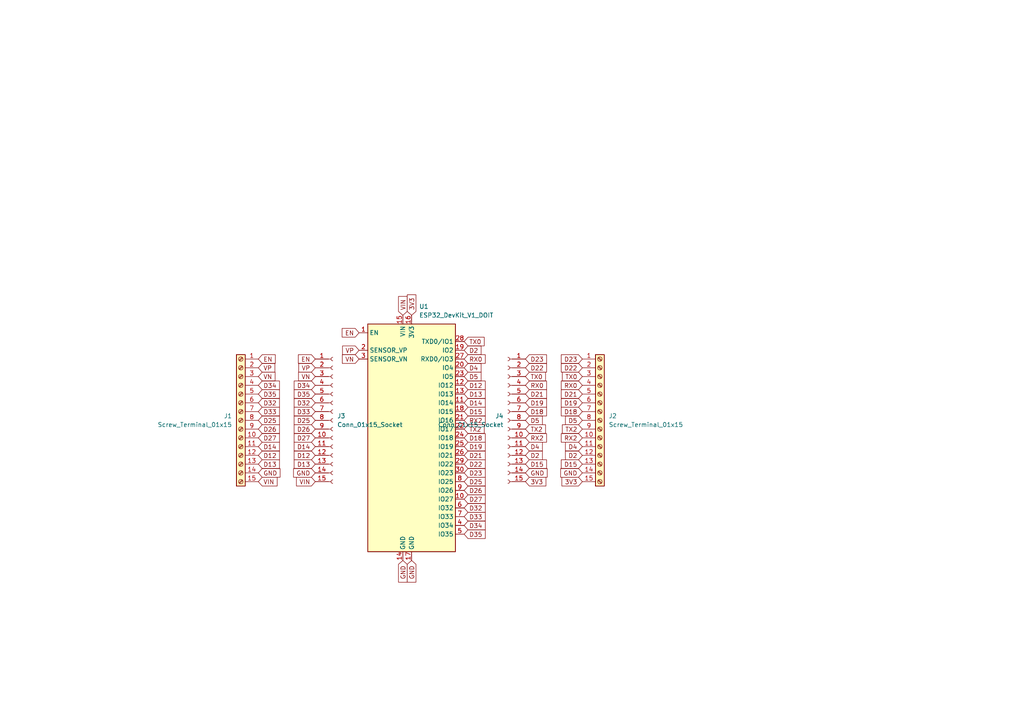
<source format=kicad_sch>
(kicad_sch (version 20230121) (generator eeschema)
  (paper "A4")
  (lib_symbols
    (symbol "Connector:Conn_01x15_Socket" (pin_names (offset 1.016) hide)
      (property "Reference" "J" (at 0 20.32 0))
      (property "Value" "Conn_01x15_Socket" (at 0 -20.32 0))
      (symbol "Conn_01x15_Socket_1_1"
        (arc (start 0 -17.272) (mid -0.5058 -17.78) (end 0 -18.288) (stroke (width 0.1524)))
        (arc (start 0 -14.732) (mid -0.5058 -15.24) (end 0 -15.748) (stroke (width 0.1524)))
        (arc (start 0 -12.192) (mid -0.5058 -12.7) (end 0 -13.208) (stroke (width 0.1524)))
        (arc (start 0 -9.652) (mid -0.5058 -10.16) (end 0 -10.668) (stroke (width 0.1524)))
        (arc (start 0 -7.112) (mid -0.5058 -7.62) (end 0 -8.128) (stroke (width 0.1524)))
        (arc (start 0 -4.572) (mid -0.5058 -5.08) (end 0 -5.588) (stroke (width 0.1524)))
        (arc (start 0 -2.032) (mid -0.5058 -2.54) (end 0 -3.048) (stroke (width 0.1524)))
        (polyline (pts (xy -1.27 -17.78) (xy -0.508 -17.78)) (stroke (width 0.1524)))
        (polyline (pts (xy -1.27 -15.24) (xy -0.508 -15.24)) (stroke (width 0.1524)))
        (polyline (pts (xy -1.27 -12.7) (xy -0.508 -12.7)) (stroke (width 0.1524)))
        (polyline (pts (xy -1.27 -10.16) (xy -0.508 -10.16)) (stroke (width 0.1524)))
        (polyline (pts (xy -1.27 -7.62) (xy -0.508 -7.62)) (stroke (width 0.1524)))
        (polyline (pts (xy -1.27 -5.08) (xy -0.508 -5.08)) (stroke (width 0.1524)))
        (polyline (pts (xy -1.27 -2.54) (xy -0.508 -2.54)) (stroke (width 0.1524)))
        (polyline (pts (xy -1.27 0) (xy -0.508 0)) (stroke (width 0.1524)))
        (polyline (pts (xy -1.27 2.54) (xy -0.508 2.54)) (stroke (width 0.1524)))
        (polyline (pts (xy -1.27 5.08) (xy -0.508 5.08)) (stroke (width 0.1524)))
        (polyline (pts (xy -1.27 7.62) (xy -0.508 7.62)) (stroke (width 0.1524)))
        (polyline (pts (xy -1.27 10.16) (xy -0.508 10.16)) (stroke (width 0.1524)))
        (polyline (pts (xy -1.27 12.7) (xy -0.508 12.7)) (stroke (width 0.1524)))
        (polyline (pts (xy -1.27 15.24) (xy -0.508 15.24)) (stroke (width 0.1524)))
        (polyline (pts (xy -1.27 17.78) (xy -0.508 17.78)) (stroke (width 0.1524)))
        (arc (start 0 0.508) (mid -0.5058 0) (end 0 -0.508) (stroke (width 0.1524)))
        (arc (start 0 3.048) (mid -0.5058 2.54) (end 0 2.032) (stroke (width 0.1524)))
        (arc (start 0 5.588) (mid -0.5058 5.08) (end 0 4.572) (stroke (width 0.1524)))
        (arc (start 0 8.128) (mid -0.5058 7.62) (end 0 7.112) (stroke (width 0.1524)))
        (arc (start 0 10.668) (mid -0.5058 10.16) (end 0 9.652) (stroke (width 0.1524)))
        (arc (start 0 13.208) (mid -0.5058 12.7) (end 0 12.192) (stroke (width 0.1524)))
        (arc (start 0 15.748) (mid -0.5058 15.24) (end 0 14.732) (stroke (width 0.1524)))
        (arc (start 0 18.288) (mid -0.5058 17.78) (end 0 17.272) (stroke (width 0.1524)))
        (pin passive line (at -5.08 17.78 0) (length 3.81) (name "Pin_1") (number "1"))
        (pin passive line (at -5.08 -5.08 0) (length 3.81) (name "Pin_10") (number "10"))
        (pin passive line (at -5.08 -7.62 0) (length 3.81) (name "Pin_11") (number "11"))
        (pin passive line (at -5.08 -10.16 0) (length 3.81) (name "Pin_12") (number "12"))
        (pin passive line (at -5.08 -12.7 0) (length 3.81) (name "Pin_13") (number "13"))
        (pin passive line (at -5.08 -15.24 0) (length 3.81) (name "Pin_14") (number "14"))
        (pin passive line (at -5.08 -17.78 0) (length 3.81) (name "Pin_15") (number "15"))
        (pin passive line (at -5.08 15.24 0) (length 3.81) (name "Pin_2") (number "2"))
        (pin passive line (at -5.08 12.7 0) (length 3.81) (name "Pin_3") (number "3"))
        (pin passive line (at -5.08 10.16 0) (length 3.81) (name "Pin_4") (number "4"))
        (pin passive line (at -5.08 7.62 0) (length 3.81) (name "Pin_5") (number "5"))
        (pin passive line (at -5.08 5.08 0) (length 3.81) (name "Pin_6") (number "6"))
        (pin passive line (at -5.08 2.54 0) (length 3.81) (name "Pin_7") (number "7"))
        (pin passive line (at -5.08 0 0) (length 3.81) (name "Pin_8") (number "8"))
        (pin passive line (at -5.08 -2.54 0) (length 3.81) (name "Pin_9") (number "9"))
      )
    )
    (symbol "Connector:Screw_Terminal_01x15" (pin_names (offset 1.016) hide)
      (property "Reference" "J" (at 0 20.32 0))
      (property "Value" "Screw_Terminal_01x15" (at 0 -20.32 0))
      (symbol "Screw_Terminal_01x15_1_1"
        (rectangle (start -1.27 19.05) (end 1.27 -19.05) (stroke (width 0.254)) (fill (type background)))
        (circle (center 0 -17.78) (radius 0.635) (stroke (width 0.1524)))
        (circle (center 0 -15.24) (radius 0.635) (stroke (width 0.1524)))
        (circle (center 0 -12.7) (radius 0.635) (stroke (width 0.1524)))
        (circle (center 0 -10.16) (radius 0.635) (stroke (width 0.1524)))
        (circle (center 0 -7.62) (radius 0.635) (stroke (width 0.1524)))
        (circle (center 0 -5.08) (radius 0.635) (stroke (width 0.1524)))
        (circle (center 0 -2.54) (radius 0.635) (stroke (width 0.1524)))
        (polyline (pts (xy -0.5334 -17.4498) (xy 0.3302 -18.288)) (stroke (width 0.1524)))
        (polyline (pts (xy -0.5334 -14.9098) (xy 0.3302 -15.748)) (stroke (width 0.1524)))
        (polyline (pts (xy -0.5334 -12.3698) (xy 0.3302 -13.208)) (stroke (width 0.1524)))
        (polyline (pts (xy -0.5334 -9.8298) (xy 0.3302 -10.668)) (stroke (width 0.1524)))
        (polyline (pts (xy -0.5334 -7.2898) (xy 0.3302 -8.128)) (stroke (width 0.1524)))
        (polyline (pts (xy -0.5334 -4.7498) (xy 0.3302 -5.588)) (stroke (width 0.1524)))
        (polyline (pts (xy -0.5334 -2.2098) (xy 0.3302 -3.048)) (stroke (width 0.1524)))
        (polyline (pts (xy -0.5334 0.3302) (xy 0.3302 -0.508)) (stroke (width 0.1524)))
        (polyline (pts (xy -0.5334 2.8702) (xy 0.3302 2.032)) (stroke (width 0.1524)))
        (polyline (pts (xy -0.5334 5.4102) (xy 0.3302 4.572)) (stroke (width 0.1524)))
        (polyline (pts (xy -0.5334 7.9502) (xy 0.3302 7.112)) (stroke (width 0.1524)))
        (polyline (pts (xy -0.5334 10.4902) (xy 0.3302 9.652)) (stroke (width 0.1524)))
        (polyline (pts (xy -0.5334 13.0302) (xy 0.3302 12.192)) (stroke (width 0.1524)))
        (polyline (pts (xy -0.5334 15.5702) (xy 0.3302 14.732)) (stroke (width 0.1524)))
        (polyline (pts (xy -0.5334 18.1102) (xy 0.3302 17.272)) (stroke (width 0.1524)))
        (polyline (pts (xy -0.3556 -17.272) (xy 0.508 -18.1102)) (stroke (width 0.1524)))
        (polyline (pts (xy -0.3556 -14.732) (xy 0.508 -15.5702)) (stroke (width 0.1524)))
        (polyline (pts (xy -0.3556 -12.192) (xy 0.508 -13.0302)) (stroke (width 0.1524)))
        (polyline (pts (xy -0.3556 -9.652) (xy 0.508 -10.4902)) (stroke (width 0.1524)))
        (polyline (pts (xy -0.3556 -7.112) (xy 0.508 -7.9502)) (stroke (width 0.1524)))
        (polyline (pts (xy -0.3556 -4.572) (xy 0.508 -5.4102)) (stroke (width 0.1524)))
        (polyline (pts (xy -0.3556 -2.032) (xy 0.508 -2.8702)) (stroke (width 0.1524)))
        (polyline (pts (xy -0.3556 0.508) (xy 0.508 -0.3302)) (stroke (width 0.1524)))
        (polyline (pts (xy -0.3556 3.048) (xy 0.508 2.2098)) (stroke (width 0.1524)))
        (polyline (pts (xy -0.3556 5.588) (xy 0.508 4.7498)) (stroke (width 0.1524)))
        (polyline (pts (xy -0.3556 8.128) (xy 0.508 7.2898)) (stroke (width 0.1524)))
        (polyline (pts (xy -0.3556 10.668) (xy 0.508 9.8298)) (stroke (width 0.1524)))
        (polyline (pts (xy -0.3556 13.208) (xy 0.508 12.3698)) (stroke (width 0.1524)))
        (polyline (pts (xy -0.3556 15.748) (xy 0.508 14.9098)) (stroke (width 0.1524)))
        (polyline (pts (xy -0.3556 18.288) (xy 0.508 17.4498)) (stroke (width 0.1524)))
        (circle (center 0 0) (radius 0.635) (stroke (width 0.1524)))
        (circle (center 0 2.54) (radius 0.635) (stroke (width 0.1524)))
        (circle (center 0 5.08) (radius 0.635) (stroke (width 0.1524)))
        (circle (center 0 7.62) (radius 0.635) (stroke (width 0.1524)))
        (circle (center 0 10.16) (radius 0.635) (stroke (width 0.1524)))
        (circle (center 0 12.7) (radius 0.635) (stroke (width 0.1524)))
        (circle (center 0 15.24) (radius 0.635) (stroke (width 0.1524)))
        (circle (center 0 17.78) (radius 0.635) (stroke (width 0.1524)))
        (pin passive line (at -5.08 17.78 0) (length 3.81) (name "Pin_1") (number "1"))
        (pin passive line (at -5.08 -5.08 0) (length 3.81) (name "Pin_10") (number "10"))
        (pin passive line (at -5.08 -7.62 0) (length 3.81) (name "Pin_11") (number "11"))
        (pin passive line (at -5.08 -10.16 0) (length 3.81) (name "Pin_12") (number "12"))
        (pin passive line (at -5.08 -12.7 0) (length 3.81) (name "Pin_13") (number "13"))
        (pin passive line (at -5.08 -15.24 0) (length 3.81) (name "Pin_14") (number "14"))
        (pin passive line (at -5.08 -17.78 0) (length 3.81) (name "Pin_15") (number "15"))
        (pin passive line (at -5.08 15.24 0) (length 3.81) (name "Pin_2") (number "2"))
        (pin passive line (at -5.08 12.7 0) (length 3.81) (name "Pin_3") (number "3"))
        (pin passive line (at -5.08 10.16 0) (length 3.81) (name "Pin_4") (number "4"))
        (pin passive line (at -5.08 7.62 0) (length 3.81) (name "Pin_5") (number "5"))
        (pin passive line (at -5.08 5.08 0) (length 3.81) (name "Pin_6") (number "6"))
        (pin passive line (at -5.08 2.54 0) (length 3.81) (name "Pin_7") (number "7"))
        (pin passive line (at -5.08 0 0) (length 3.81) (name "Pin_8") (number "8"))
        (pin passive line (at -5.08 -2.54 0) (length 3.81) (name "Pin_9") (number "9"))
      )
    )
    (symbol "esp32_devkit_v1_doit:ESP32_DevKit_V1_DOIT"
      (property "Reference" "U" (at -11.43 34.29 0))
      (property "Value" "ESP32_DevKit_V1_DOIT" (at 11.43 34.29 0))
      (symbol "ESP32_DevKit_V1_DOIT_1_1"
        (rectangle (start -12.7 33.02) (end 12.7 -33.02) (stroke (width 0.254)) (fill (type background)))
        (pin input line (at -15.24 30.48 0) (length 2.54) (name "EN") (number "1"))
        (pin bidirectional line (at 15.24 -17.78 180) (length 2.54) (name "IO27") (number "10"))
        (pin bidirectional line (at 15.24 10.16 180) (length 2.54) (name "IO14") (number "11"))
        (pin bidirectional line (at 15.24 15.24 180) (length 2.54) (name "IO12") (number "12"))
        (pin bidirectional line (at 15.24 12.7 180) (length 2.54) (name "IO13") (number "13"))
        (pin power_in line (at -2.54 -35.56 90) (length 2.54) (name "GND") (number "14"))
        (pin power_in line (at -2.54 35.56 270) (length 2.54) (name "VIN") (number "15"))
        (pin power_in line (at 0 35.56 270) (length 2.54) (name "3V3") (number "16"))
        (pin power_in line (at 0 -35.56 90) (length 2.54) (name "GND") (number "17"))
        (pin bidirectional line (at 15.24 7.62 180) (length 2.54) (name "IO15") (number "18"))
        (pin bidirectional line (at 15.24 25.4 180) (length 2.54) (name "IO2") (number "19"))
        (pin input line (at -15.24 25.4 0) (length 2.54) (name "SENSOR_VP") (number "2"))
        (pin bidirectional line (at 15.24 20.32 180) (length 2.54) (name "IO4") (number "20"))
        (pin bidirectional line (at 15.24 5.08 180) (length 2.54) (name "IO16") (number "21"))
        (pin bidirectional line (at 15.24 2.54 180) (length 2.54) (name "IO17") (number "22"))
        (pin bidirectional line (at 15.24 17.78 180) (length 2.54) (name "IO5") (number "23"))
        (pin bidirectional line (at 15.24 0 180) (length 2.54) (name "IO18") (number "24"))
        (pin bidirectional line (at 15.24 -2.54 180) (length 2.54) (name "IO19") (number "25"))
        (pin bidirectional line (at 15.24 -5.08 180) (length 2.54) (name "IO21") (number "26"))
        (pin bidirectional line (at 15.24 22.86 180) (length 2.54) (name "RXD0/IO3") (number "27"))
        (pin bidirectional line (at 15.24 27.94 180) (length 2.54) (name "TXD0/IO1") (number "28"))
        (pin bidirectional line (at 15.24 -7.62 180) (length 2.54) (name "IO22") (number "29"))
        (pin input line (at -15.24 22.86 0) (length 2.54) (name "SENSOR_VN") (number "3"))
        (pin bidirectional line (at 15.24 -10.16 180) (length 2.54) (name "IO23") (number "30"))
        (pin input line (at 15.24 -25.4 180) (length 2.54) (name "IO34") (number "4"))
        (pin input line (at 15.24 -27.94 180) (length 2.54) (name "IO35") (number "5"))
        (pin bidirectional line (at 15.24 -20.32 180) (length 2.54) (name "IO32") (number "6"))
        (pin bidirectional line (at 15.24 -22.86 180) (length 2.54) (name "IO33") (number "7"))
        (pin bidirectional line (at 15.24 -12.7 180) (length 2.54) (name "IO25") (number "8"))
        (pin bidirectional line (at 15.24 -15.24 180) (length 2.54) (name "IO26") (number "9"))
      )
    )
  )
  (global_label "D22" (shape input) (at 134.62 134.62 0) (property "Intersheetrefs" "${INTERSHEET_REFS}" (effects hide)))
  (global_label "GND" (shape input) (at 116.84 162.56 270) (property "Intersheetrefs" "${INTERSHEET_REFS}" (effects hide)))
  (global_label "D27" (shape input) (at 91.44 127 180) (property "Intersheetrefs" "${INTERSHEET_REFS}" (effects hide)))
  (global_label "VIN" (shape input) (at 74.93 139.7 0) (property "Intersheetrefs" "${INTERSHEET_REFS}" (effects hide)))
  (global_label "D34" (shape input) (at 134.62 152.4 0) (property "Intersheetrefs" "${INTERSHEET_REFS}" (effects hide)))
  (global_label "D5" (shape input) (at 168.91 121.92 180) (property "Intersheetrefs" "${INTERSHEET_REFS}" (effects hide)))
  (global_label "D21" (shape input) (at 168.91 114.3 180) (property "Intersheetrefs" "${INTERSHEET_REFS}" (effects hide)))
  (global_label "GND" (shape input) (at 152.4 137.16 0) (property "Intersheetrefs" "${INTERSHEET_REFS}" (effects hide)))
  (global_label "D15" (shape input) (at 152.4 134.62 0) (property "Intersheetrefs" "${INTERSHEET_REFS}" (effects hide)))
  (global_label "D34" (shape input) (at 74.93 111.76 0) (property "Intersheetrefs" "${INTERSHEET_REFS}" (effects hide)))
  (global_label "D19" (shape input) (at 168.91 116.84 180) (property "Intersheetrefs" "${INTERSHEET_REFS}" (effects hide)))
  (global_label "3V3" (shape input) (at 119.38 91.44 90) (property "Intersheetrefs" "${INTERSHEET_REFS}" (effects hide)))
  (global_label "GND" (shape input) (at 119.38 162.56 270) (property "Intersheetrefs" "${INTERSHEET_REFS}" (effects hide)))
  (global_label "EN" (shape input) (at 74.93 104.14 0) (property "Intersheetrefs" "${INTERSHEET_REFS}" (effects hide)))
  (global_label "D12" (shape input) (at 91.44 132.08 180) (property "Intersheetrefs" "${INTERSHEET_REFS}" (effects hide)))
  (global_label "GND" (shape input) (at 74.93 137.16 0) (property "Intersheetrefs" "${INTERSHEET_REFS}" (effects hide)))
  (global_label "D35" (shape input) (at 134.62 154.94 0) (property "Intersheetrefs" "${INTERSHEET_REFS}" (effects hide)))
  (global_label "D15" (shape input) (at 134.62 119.38 0) (property "Intersheetrefs" "${INTERSHEET_REFS}" (effects hide)))
  (global_label "VP" (shape input) (at 74.93 106.68 0) (property "Intersheetrefs" "${INTERSHEET_REFS}" (effects hide)))
  (global_label "TX2" (shape input) (at 168.91 124.46 180) (property "Intersheetrefs" "${INTERSHEET_REFS}" (effects hide)))
  (global_label "D34" (shape input) (at 91.44 111.76 180) (property "Intersheetrefs" "${INTERSHEET_REFS}" (effects hide)))
  (global_label "GND" (shape input) (at 168.91 137.16 180) (property "Intersheetrefs" "${INTERSHEET_REFS}" (effects hide)))
  (global_label "RX2" (shape input) (at 134.62 121.92 0) (property "Intersheetrefs" "${INTERSHEET_REFS}" (effects hide)))
  (global_label "VP" (shape input) (at 91.44 106.68 180) (property "Intersheetrefs" "${INTERSHEET_REFS}" (effects hide)))
  (global_label "D14" (shape input) (at 134.62 116.84 0) (property "Intersheetrefs" "${INTERSHEET_REFS}" (effects hide)))
  (global_label "TX2" (shape input) (at 134.62 124.46 0) (property "Intersheetrefs" "${INTERSHEET_REFS}" (effects hide)))
  (global_label "D21" (shape input) (at 152.4 114.3 0) (property "Intersheetrefs" "${INTERSHEET_REFS}" (effects hide)))
  (global_label "D13" (shape input) (at 134.62 114.3 0) (property "Intersheetrefs" "${INTERSHEET_REFS}" (effects hide)))
  (global_label "VIN" (shape input) (at 116.84 91.44 90) (property "Intersheetrefs" "${INTERSHEET_REFS}" (effects hide)))
  (global_label "D2" (shape input) (at 152.4 132.08 0) (property "Intersheetrefs" "${INTERSHEET_REFS}" (effects hide)))
  (global_label "D27" (shape input) (at 74.93 127 0) (property "Intersheetrefs" "${INTERSHEET_REFS}" (effects hide)))
  (global_label "D18" (shape input) (at 134.62 127 0) (property "Intersheetrefs" "${INTERSHEET_REFS}" (effects hide)))
  (global_label "D35" (shape input) (at 74.93 114.3 0) (property "Intersheetrefs" "${INTERSHEET_REFS}" (effects hide)))
  (global_label "D14" (shape input) (at 91.44 129.54 180) (property "Intersheetrefs" "${INTERSHEET_REFS}" (effects hide)))
  (global_label "VP" (shape input) (at 104.14 101.6 180) (property "Intersheetrefs" "${INTERSHEET_REFS}" (effects hide)))
  (global_label "D5" (shape input) (at 152.4 121.92 0) (property "Intersheetrefs" "${INTERSHEET_REFS}" (effects hide)))
  (global_label "D19" (shape input) (at 152.4 116.84 0) (property "Intersheetrefs" "${INTERSHEET_REFS}" (effects hide)))
  (global_label "D18" (shape input) (at 152.4 119.38 0) (property "Intersheetrefs" "${INTERSHEET_REFS}" (effects hide)))
  (global_label "D26" (shape input) (at 91.44 124.46 180) (property "Intersheetrefs" "${INTERSHEET_REFS}" (effects hide)))
  (global_label "D32" (shape input) (at 91.44 116.84 180) (property "Intersheetrefs" "${INTERSHEET_REFS}" (effects hide)))
  (global_label "D12" (shape input) (at 134.62 111.76 0) (property "Intersheetrefs" "${INTERSHEET_REFS}" (effects hide)))
  (global_label "TX0" (shape input) (at 152.4 109.22 0) (property "Intersheetrefs" "${INTERSHEET_REFS}" (effects hide)))
  (global_label "VIN" (shape input) (at 91.44 139.7 180) (property "Intersheetrefs" "${INTERSHEET_REFS}" (effects hide)))
  (global_label "TX0" (shape input) (at 168.91 109.22 180) (property "Intersheetrefs" "${INTERSHEET_REFS}" (effects hide)))
  (global_label "D25" (shape input) (at 74.93 121.92 0) (property "Intersheetrefs" "${INTERSHEET_REFS}" (effects hide)))
  (global_label "D23" (shape input) (at 134.62 137.16 0) (property "Intersheetrefs" "${INTERSHEET_REFS}" (effects hide)))
  (global_label "TX0" (shape input) (at 134.62 99.06 0) (property "Intersheetrefs" "${INTERSHEET_REFS}" (effects hide)))
  (global_label "EN" (shape input) (at 104.14 96.52 180) (property "Intersheetrefs" "${INTERSHEET_REFS}" (effects hide)))
  (global_label "RX0" (shape input) (at 168.91 111.76 180) (property "Intersheetrefs" "${INTERSHEET_REFS}" (effects hide)))
  (global_label "D14" (shape input) (at 74.93 129.54 0) (property "Intersheetrefs" "${INTERSHEET_REFS}" (effects hide)))
  (global_label "3V3" (shape input) (at 152.4 139.7 0) (property "Intersheetrefs" "${INTERSHEET_REFS}" (effects hide)))
  (global_label "D4" (shape input) (at 152.4 129.54 0) (property "Intersheetrefs" "${INTERSHEET_REFS}" (effects hide)))
  (global_label "D26" (shape input) (at 74.93 124.46 0) (property "Intersheetrefs" "${INTERSHEET_REFS}" (effects hide)))
  (global_label "D25" (shape input) (at 91.44 121.92 180) (property "Intersheetrefs" "${INTERSHEET_REFS}" (effects hide)))
  (global_label "TX2" (shape input) (at 152.4 124.46 0) (property "Intersheetrefs" "${INTERSHEET_REFS}" (effects hide)))
  (global_label "3V3" (shape input) (at 168.91 139.7 180) (property "Intersheetrefs" "${INTERSHEET_REFS}" (effects hide)))
  (global_label "RX2" (shape input) (at 168.91 127 180) (property "Intersheetrefs" "${INTERSHEET_REFS}" (effects hide)))
  (global_label "D13" (shape input) (at 91.44 134.62 180) (property "Intersheetrefs" "${INTERSHEET_REFS}" (effects hide)))
  (global_label "D25" (shape input) (at 134.62 139.7 0) (property "Intersheetrefs" "${INTERSHEET_REFS}" (effects hide)))
  (global_label "D33" (shape input) (at 134.62 149.86 0) (property "Intersheetrefs" "${INTERSHEET_REFS}" (effects hide)))
  (global_label "D13" (shape input) (at 74.93 134.62 0) (property "Intersheetrefs" "${INTERSHEET_REFS}" (effects hide)))
  (global_label "D15" (shape input) (at 168.91 134.62 180) (property "Intersheetrefs" "${INTERSHEET_REFS}" (effects hide)))
  (global_label "D21" (shape input) (at 134.62 132.08 0) (property "Intersheetrefs" "${INTERSHEET_REFS}" (effects hide)))
  (global_label "VN" (shape input) (at 104.14 104.14 180) (property "Intersheetrefs" "${INTERSHEET_REFS}" (effects hide)))
  (global_label "D2" (shape input) (at 134.62 101.6 0) (property "Intersheetrefs" "${INTERSHEET_REFS}" (effects hide)))
  (global_label "D19" (shape input) (at 134.62 129.54 0) (property "Intersheetrefs" "${INTERSHEET_REFS}" (effects hide)))
  (global_label "EN" (shape input) (at 91.44 104.14 180) (property "Intersheetrefs" "${INTERSHEET_REFS}" (effects hide)))
  (global_label "D22" (shape input) (at 168.91 106.68 180) (property "Intersheetrefs" "${INTERSHEET_REFS}" (effects hide)))
  (global_label "D32" (shape input) (at 74.93 116.84 0) (property "Intersheetrefs" "${INTERSHEET_REFS}" (effects hide)))
  (global_label "D4" (shape input) (at 134.62 106.68 0) (property "Intersheetrefs" "${INTERSHEET_REFS}" (effects hide)))
  (global_label "VN" (shape input) (at 74.93 109.22 0) (property "Intersheetrefs" "${INTERSHEET_REFS}" (effects hide)))
  (global_label "D23" (shape input) (at 152.4 104.14 0) (property "Intersheetrefs" "${INTERSHEET_REFS}" (effects hide)))
  (global_label "GND" (shape input) (at 91.44 137.16 180) (property "Intersheetrefs" "${INTERSHEET_REFS}" (effects hide)))
  (global_label "D26" (shape input) (at 134.62 142.24 0) (property "Intersheetrefs" "${INTERSHEET_REFS}" (effects hide)))
  (global_label "D2" (shape input) (at 168.91 132.08 180) (property "Intersheetrefs" "${INTERSHEET_REFS}" (effects hide)))
  (global_label "RX0" (shape input) (at 134.62 104.14 0) (property "Intersheetrefs" "${INTERSHEET_REFS}" (effects hide)))
  (global_label "D35" (shape input) (at 91.44 114.3 180) (property "Intersheetrefs" "${INTERSHEET_REFS}" (effects hide)))
  (global_label "D23" (shape input) (at 168.91 104.14 180) (property "Intersheetrefs" "${INTERSHEET_REFS}" (effects hide)))
  (global_label "D32" (shape input) (at 134.62 147.32 0) (property "Intersheetrefs" "${INTERSHEET_REFS}" (effects hide)))
  (global_label "D33" (shape input) (at 74.93 119.38 0) (property "Intersheetrefs" "${INTERSHEET_REFS}" (effects hide)))
  (global_label "VN" (shape input) (at 91.44 109.22 180) (property "Intersheetrefs" "${INTERSHEET_REFS}" (effects hide)))
  (global_label "D22" (shape input) (at 152.4 106.68 0) (property "Intersheetrefs" "${INTERSHEET_REFS}" (effects hide)))
  (global_label "D33" (shape input) (at 91.44 119.38 180) (property "Intersheetrefs" "${INTERSHEET_REFS}" (effects hide)))
  (global_label "D12" (shape input) (at 74.93 132.08 0) (property "Intersheetrefs" "${INTERSHEET_REFS}" (effects hide)))
  (global_label "RX0" (shape input) (at 152.4 111.76 0) (property "Intersheetrefs" "${INTERSHEET_REFS}" (effects hide)))
  (global_label "D5" (shape input) (at 134.62 109.22 0) (property "Intersheetrefs" "${INTERSHEET_REFS}" (effects hide)))
  (global_label "D27" (shape input) (at 134.62 144.78 0) (property "Intersheetrefs" "${INTERSHEET_REFS}" (effects hide)))
  (global_label "RX2" (shape input) (at 152.4 127 0) (property "Intersheetrefs" "${INTERSHEET_REFS}" (effects hide)))
  (global_label "D4" (shape input) (at 168.91 129.54 180) (property "Intersheetrefs" "${INTERSHEET_REFS}" (effects hide)))
  (global_label "D18" (shape input) (at 168.91 119.38 180) (property "Intersheetrefs" "${INTERSHEET_REFS}" (effects hide)))
  (symbol (lib_id "Connector:Conn_01x15_Socket") (at 96.52 121.92 0) (unit 1)
    (property "Reference" "J3" (at 97.79 120.65 0) (effects (justify left)))
    (property "Value" "Conn_01x15_Socket" (at 97.79 123.19 0) (effects (justify left)))
  )
  (symbol (lib_id "Connector:Screw_Terminal_01x15") (at 69.85 121.92 0) (mirror y) (unit 1)
    (property "Reference" "J1" (at 67.31 120.65 0) (effects (justify left)))
    (property "Value" "Screw_Terminal_01x15" (at 67.31 123.19 0) (effects (justify left)))
  )
  (symbol (lib_id "esp32_devkit_v1_doit:ESP32_DevKit_V1_DOIT") (at 119.38 127 0) (unit 1)
    (property "Reference" "U1" (at 121.5741 88.9 0) (effects (justify left)))
    (property "Value" "ESP32_DevKit_V1_DOIT" (at 121.5741 91.44 0) (effects (justify left)))
    (property "Datasheet" "https://aliexpress.com/item/32864722159.html" (effects hide))
  )
  (symbol (lib_id "Connector:Conn_01x15_Socket") (at 147.32 121.92 0) (mirror y) (unit 1)
    (property "Reference" "J4" (at 146.05 120.65 0) (effects (justify left)))
    (property "Value" "Conn_01x15_Socket" (at 146.05 123.19 0) (effects (justify left)))
  )
  (symbol (lib_id "Connector:Screw_Terminal_01x15") (at 173.99 121.92 0) (unit 1)
    (property "Reference" "J2" (at 176.53 120.65 0) (effects (justify left)))
    (property "Value" "Screw_Terminal_01x15" (at 176.53 123.19 0) (effects (justify left)))
  )
)
</source>
